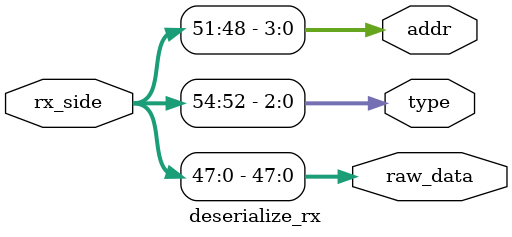
<source format=v>
module deserialize_rx(input [54:0] rx_side, output [47:0] raw_data, output [2:0] type, output [3:0] addr);

	assign raw_data = rx_side[47:0];
	assign type = rx_side[54:52];
	assign addr = rx_side[51:48];
endmodule
	


</source>
